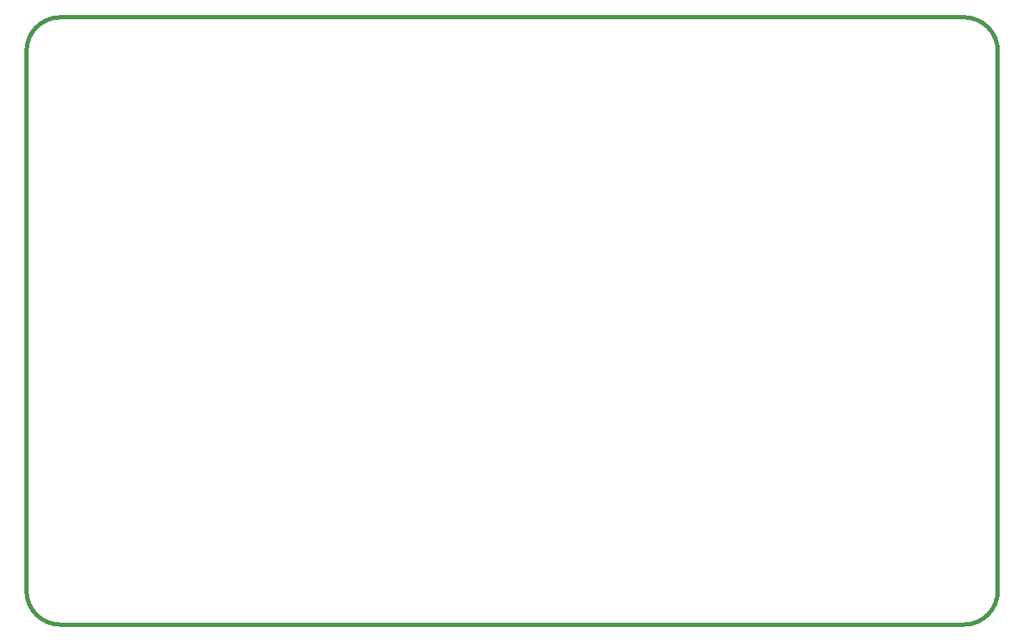
<source format=gko>
G04*
G04 #@! TF.GenerationSoftware,Altium Limited,Altium Designer,21.3.2 (30)*
G04*
G04 Layer_Color=16711935*
%FSLAX25Y25*%
%MOIN*%
G70*
G04*
G04 #@! TF.SameCoordinates,35EDE252-B6D9-4C08-81A6-3FFBFD5BE296*
G04*
G04*
G04 #@! TF.FilePolarity,Positive*
G04*
G01*
G75*
%ADD55C,0.01968*%
D55*
X-11811Y3937D02*
G03*
X-27559Y-11811I0J-15748D01*
G01*
X425197Y-11811D02*
G03*
X409449Y3937I-15748J0D01*
G01*
Y-279528D02*
G03*
X425197Y-263779I0J15748D01*
G01*
X-27559Y-263779D02*
G03*
X-11811Y-279528I15748J0D01*
G01*
X-27559Y-263779D02*
Y-11811D01*
X-11811Y3937D02*
X409449Y3937D01*
X425197Y-11811D02*
X425197Y-263779D01*
X115354Y-279528D02*
X409449D01*
X-11811Y-279528D02*
X115354Y-279528D01*
M02*

</source>
